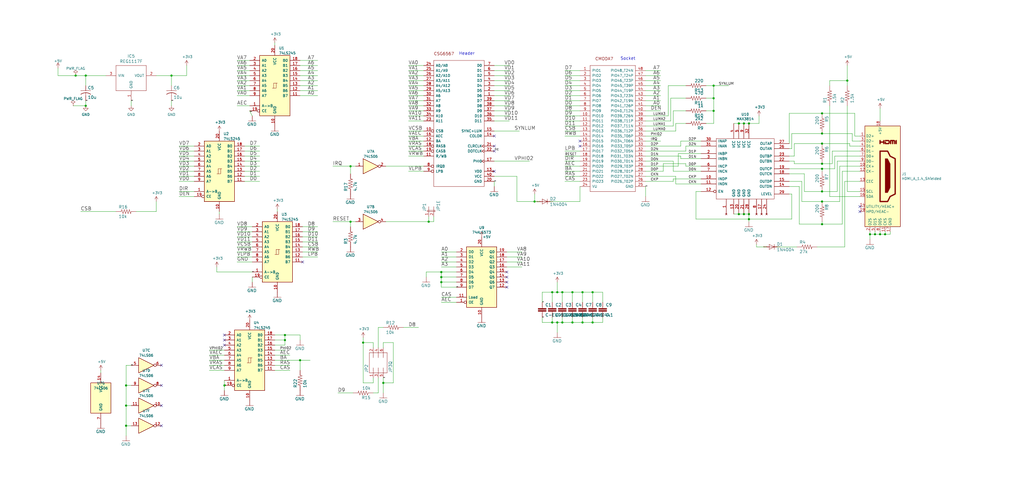
<source format=kicad_sch>
(kicad_sch (version 20211123) (generator eeschema)
  (paper "User" 515.722 250.088)
  (junction (at 43.18 53.34))
  (junction (at 86.36 38.1))
  (junction (at 414.02 101.6))
  (junction (at 377.19 62.23))
  (junction (at 288.29 162.56))
  (junction (at 440.69 118.11))
  (junction (at 43.18 38.1))
  (junction (at 222.25 139.7))
  (junction (at 374.65 62.23))
  (junction (at 414.02 113.03))
  (junction (at 176.53 83.82))
  (junction (at 63.5 194.31))
  (junction (at 143.51 171.45))
  (junction (at 222.25 142.24))
  (junction (at 38.1 38.1))
  (junction (at 414.02 72.39))
  (junction (at 215.9 111.76))
  (junction (at 113.03 194.31))
  (junction (at 151.13 181.61))
  (junction (at 438.15 118.11))
  (junction (at 414.02 67.31))
  (junction (at 193.04 193.04))
  (junction (at 377.19 107.95))
  (junction (at 63.5 214.63))
  (junction (at 359.41 49.53))
  (junction (at 445.77 118.11))
  (junction (at 278.13 162.56))
  (junction (at 372.11 107.95))
  (junction (at 63.5 204.47))
  (junction (at 426.72 40.64))
  (junction (at 269.24 101.6))
  (junction (at 278.13 147.32))
  (junction (at 182.88 172.72))
  (junction (at 359.41 43.18))
  (junction (at 283.21 162.56))
  (junction (at 293.37 162.56))
  (junction (at 143.51 168.91))
  (junction (at 280.67 147.32))
  (junction (at 359.41 55.88))
  (junction (at 283.21 147.32))
  (junction (at 298.45 162.56))
  (junction (at 222.25 137.16))
  (junction (at 414.02 85.09))
  (junction (at 377.19 110.49))
  (junction (at 374.65 107.95))
  (junction (at 414.02 82.55))
  (junction (at 288.29 147.32))
  (junction (at 443.23 118.11))
  (junction (at 293.37 147.32))
  (junction (at 414.02 96.52))
  (junction (at 280.67 162.56))
  (junction (at 176.53 111.76))
  (junction (at 298.45 147.32))
  (junction (at 414.02 57.15))
  (junction (at 372.11 62.23))
  (no_connect (at 113.03 168.91))
  (no_connect (at 248.92 86.36))
  (no_connect (at 113.03 173.99))
  (no_connect (at 248.92 73.66))
  (no_connect (at 292.1 71.12))
  (no_connect (at 255.27 142.24))
  (no_connect (at 113.03 171.45))
  (no_connect (at 255.27 144.78))
  (no_connect (at 152.4 132.08))
  (no_connect (at 248.92 76.2))
  (no_connect (at 248.92 68.58))
  (no_connect (at 433.07 106.68))
  (no_connect (at 81.28 194.31))
  (no_connect (at 81.28 184.15))
  (no_connect (at 81.28 204.47))
  (no_connect (at 81.28 214.63))
  (no_connect (at 255.27 137.16))
  (no_connect (at 255.27 139.7))
  (no_connect (at 292.1 73.66))
  (no_connect (at 433.07 104.14))
  (wire (pts (xy 298.45 147.32) (xy 293.37 147.32)))
  (wire (pts (xy 288.29 162.56) (xy 288.29 160.02)))
  (wire (pts (xy 426.72 40.64) (xy 426.72 43.18)))
  (wire (pts (xy 66.04 184.15) (xy 63.5 184.15)))
  (wire (pts (xy 292.1 50.8) (xy 284.48 50.8)))
  (wire (pts (xy 280.67 162.56) (xy 283.21 162.56)))
  (wire (pts (xy 440.69 118.11) (xy 443.23 118.11)))
  (wire (pts (xy 417.83 40.64) (xy 417.83 43.18)))
  (wire (pts (xy 151.13 186.69) (xy 151.13 181.61)))
  (wire (pts (xy 292.1 81.28) (xy 284.48 81.28)))
  (wire (pts (xy 229.87 142.24) (xy 222.25 142.24)))
  (wire (pts (xy 438.15 118.11) (xy 438.15 120.65)))
  (wire (pts (xy 187.96 172.72) (xy 182.88 172.72)))
  (wire (pts (xy 414.02 113.03) (xy 424.18 113.03)))
  (wire (pts (xy 213.36 68.58) (xy 205.74 68.58)))
  (wire (pts (xy 213.36 73.66) (xy 205.74 73.66)))
  (wire (pts (xy 66.04 204.47) (xy 63.5 204.47)))
  (wire (pts (xy 53.34 38.1) (xy 43.18 38.1)))
  (wire (pts (xy 151.13 40.64) (xy 160.02 40.64)))
  (wire (pts (xy 325.12 53.34) (xy 332.74 53.34)))
  (wire (pts (xy 187.96 175.26) (xy 187.96 172.72)))
  (wire (pts (xy 419.1 82.55) (xy 414.02 82.55)))
  (wire (pts (xy 182.88 193.04) (xy 187.96 193.04)))
  (wire (pts (xy 325.12 78.74) (xy 342.9 78.74)))
  (wire (pts (xy 339.09 86.36) (xy 339.09 81.28)))
  (wire (pts (xy 397.51 93.98) (xy 402.59 93.98)))
  (wire (pts (xy 339.09 90.17) (xy 353.06 90.17)))
  (wire (pts (xy 229.87 134.62) (xy 222.25 134.62)))
  (wire (pts (xy 190.5 175.26) (xy 190.5 165.1)))
  (wire (pts (xy 374.65 107.95) (xy 377.19 107.95)))
  (wire (pts (xy 303.53 162.56) (xy 298.45 162.56)))
  (wire (pts (xy 63.5 184.15) (xy 63.5 194.31)))
  (wire (pts (xy 97.79 76.2) (xy 90.17 76.2)))
  (wire (pts (xy 78.74 106.68) (xy 78.74 101.6)))
  (wire (pts (xy 398.78 74.93) (xy 398.78 67.31)))
  (wire (pts (xy 325.12 40.64) (xy 332.74 40.64)))
  (wire (pts (xy 43.18 38.1) (xy 43.18 43.18)))
  (wire (pts (xy 213.36 48.26) (xy 205.74 48.26)))
  (wire (pts (xy 125.73 40.64) (xy 119.38 40.64)))
  (wire (pts (xy 97.79 78.74) (xy 90.17 78.74)))
  (wire (pts (xy 176.53 83.82) (xy 176.53 87.63)))
  (wire (pts (xy 203.2 165.1) (xy 210.82 165.1)))
  (wire (pts (xy 417.83 53.34) (xy 417.83 99.06)))
  (wire (pts (xy 215.9 111.76) (xy 218.44 111.76)))
  (wire (pts (xy 151.13 48.26) (xy 160.02 48.26)))
  (wire (pts (xy 218.44 111.76) (xy 218.44 109.22)))
  (wire (pts (xy 438.15 116.84) (xy 438.15 118.11)))
  (wire (pts (xy 426.72 96.52) (xy 426.72 53.34)))
  (wire (pts (xy 123.19 73.66) (xy 130.81 73.66)))
  (wire (pts (xy 63.5 219.71) (xy 63.5 214.63)))
  (wire (pts (xy 151.13 33.02) (xy 160.02 33.02)))
  (wire (pts (xy 63.5 204.47) (xy 63.5 214.63)))
  (wire (pts (xy 143.51 173.99) (xy 143.51 171.45)))
  (wire (pts (xy 433.07 76.2) (xy 419.1 76.2)))
  (wire (pts (xy 43.18 53.34) (xy 36.83 53.34)))
  (wire (pts (xy 414.02 57.15) (xy 430.53 57.15)))
  (wire (pts (xy 283.21 160.02) (xy 283.21 162.56)))
  (wire (pts (xy 391.16 124.46) (xy 401.32 124.46)))
  (wire (pts (xy 325.12 71.12) (xy 332.74 71.12)))
  (wire (pts (xy 151.13 30.48) (xy 160.02 30.48)))
  (wire (pts (xy 138.43 184.15) (xy 146.05 184.15)))
  (wire (pts (xy 151.13 45.72) (xy 160.02 45.72)))
  (wire (pts (xy 125.73 43.18) (xy 119.38 43.18)))
  (wire (pts (xy 374.65 62.23) (xy 377.19 62.23)))
  (wire (pts (xy 372.11 107.95) (xy 374.65 107.95)))
  (wire (pts (xy 66.04 194.31) (xy 63.5 194.31)))
  (wire (pts (xy 86.36 38.1) (xy 86.36 43.18)))
  (wire (pts (xy 125.73 45.72) (xy 119.38 45.72)))
  (wire (pts (xy 325.12 58.42) (xy 336.55 58.42)))
  (wire (pts (xy 303.53 147.32) (xy 298.45 147.32)))
  (wire (pts (xy 292.1 38.1) (xy 284.48 38.1)))
  (wire (pts (xy 222.25 137.16) (xy 214.63 137.16)))
  (wire (pts (xy 213.36 86.36) (xy 205.74 86.36)))
  (wire (pts (xy 427.99 73.66) (xy 427.99 72.39)))
  (wire (pts (xy 292.1 53.34) (xy 284.48 53.34)))
  (wire (pts (xy 292.1 101.6) (xy 292.1 93.98)))
  (wire (pts (xy 292.1 83.82) (xy 284.48 83.82)))
  (wire (pts (xy 138.43 181.61) (xy 151.13 181.61)))
  (wire (pts (xy 377.19 62.23) (xy 382.27 62.23)))
  (wire (pts (xy 152.4 121.92) (xy 160.02 121.92)))
  (wire (pts (xy 359.41 43.18) (xy 367.03 43.18)))
  (wire (pts (xy 341.63 77.47) (xy 341.63 83.82)))
  (wire (pts (xy 214.63 137.16) (xy 214.63 139.7)))
  (wire (pts (xy 97.79 99.06) (xy 90.17 99.06)))
  (wire (pts (xy 248.92 48.26) (xy 256.54 48.26)))
  (wire (pts (xy 125.73 48.26) (xy 119.38 48.26)))
  (wire (pts (xy 248.92 55.88) (xy 256.54 55.88)))
  (wire (pts (xy 422.91 83.82) (xy 422.91 101.6)))
  (wire (pts (xy 424.18 86.36) (xy 433.07 86.36)))
  (wire (pts (xy 292.1 58.42) (xy 284.48 58.42)))
  (wire (pts (xy 152.4 119.38) (xy 160.02 119.38)))
  (wire (pts (xy 445.77 116.84) (xy 445.77 118.11)))
  (wire (pts (xy 213.36 66.04) (xy 205.74 66.04)))
  (wire (pts (xy 127 114.3) (xy 119.38 114.3)))
  (wire (pts (xy 213.36 55.88) (xy 205.74 55.88)))
  (wire (pts (xy 425.45 124.46) (xy 411.48 124.46)))
  (wire (pts (xy 127 116.84) (xy 119.38 116.84)))
  (wire (pts (xy 278.13 147.32) (xy 280.67 147.32)))
  (wire (pts (xy 255.27 132.08) (xy 262.89 132.08)))
  (wire (pts (xy 414.02 101.6) (xy 403.86 101.6)))
  (wire (pts (xy 278.13 147.32) (xy 278.13 152.4)))
  (wire (pts (xy 292.1 66.04) (xy 284.48 66.04)))
  (wire (pts (xy 350.52 96.52) (xy 350.52 110.49)))
  (wire (pts (xy 325.12 63.5) (xy 339.09 63.5)))
  (wire (pts (xy 345.44 82.55) (xy 334.01 82.55)))
  (wire (pts (xy 353.06 96.52) (xy 350.52 96.52)))
  (wire (pts (xy 151.13 168.91) (xy 151.13 171.45)))
  (wire (pts (xy 63.5 194.31) (xy 63.5 204.47)))
  (wire (pts (xy 325.12 68.58) (xy 332.74 68.58)))
  (wire (pts (xy 127 139.7) (xy 127 142.24)))
  (wire (pts (xy 359.41 43.18) (xy 355.6 43.18)))
  (wire (pts (xy 397.51 81.28) (xy 400.05 81.28)))
  (wire (pts (xy 433.07 91.44) (xy 425.45 91.44)))
  (wire (pts (xy 430.53 57.15) (xy 430.53 68.58)))
  (wire (pts (xy 292.1 55.88) (xy 284.48 55.88)))
  (wire (pts (xy 359.41 49.53) (xy 359.41 43.18)))
  (wire (pts (xy 283.21 147.32) (xy 283.21 152.4)))
  (wire (pts (xy 152.4 127) (xy 160.02 127)))
  (wire (pts (xy 433.07 73.66) (xy 427.99 73.66)))
  (wire (pts (xy 125.73 35.56) (xy 119.38 35.56)))
  (wire (pts (xy 213.36 76.2) (xy 205.74 76.2)))
  (wire (pts (xy 193.04 165.1) (xy 190.5 165.1)))
  (wire (pts (xy 229.87 144.78) (xy 222.25 144.78)))
  (wire (pts (xy 288.29 162.56) (xy 293.37 162.56)))
  (wire (pts (xy 123.19 88.9) (xy 130.81 88.9)))
  (wire (pts (xy 260.35 101.6) (xy 260.35 88.9)))
  (wire (pts (xy 229.87 139.7) (xy 222.25 139.7)))
  (wire (pts (xy 337.82 49.53) (xy 345.44 49.53)))
  (wire (pts (xy 123.19 76.2) (xy 130.81 76.2)))
  (wire (pts (xy 353.06 73.66) (xy 345.44 73.66)))
  (wire (pts (xy 213.36 53.34) (xy 205.74 53.34)))
  (wire (pts (xy 443.23 118.11) (xy 445.77 118.11)))
  (wire (pts (xy 278.13 162.56) (xy 280.67 162.56)))
  (wire (pts (xy 193.04 172.72) (xy 193.04 175.26)))
  (wire (pts (xy 325.12 60.96) (xy 337.82 60.96)))
  (wire (pts (xy 127 129.54) (xy 119.38 129.54)))
  (wire (pts (xy 213.36 38.1) (xy 205.74 38.1)))
  (wire (pts (xy 187.96 193.04) (xy 187.96 190.5)))
  (wire (pts (xy 325.12 45.72) (xy 332.74 45.72)))
  (wire (pts (xy 325.12 43.18) (xy 332.74 43.18)))
  (wire (pts (xy 222.25 139.7) (xy 222.25 137.16)))
  (wire (pts (xy 269.24 101.6) (xy 260.35 101.6)))
  (wire (pts (xy 151.13 38.1) (xy 160.02 38.1)))
  (wire (pts (xy 340.36 62.23) (xy 345.44 62.23)))
  (wire (pts (xy 198.12 172.72) (xy 193.04 172.72)))
  (wire (pts (xy 113.03 179.07) (xy 105.41 179.07)))
  (wire (pts (xy 213.36 33.02) (xy 205.74 33.02)))
  (wire (pts (xy 248.92 43.18) (xy 256.54 43.18)))
  (wire (pts (xy 414.02 96.52) (xy 405.13 96.52)))
  (wire (pts (xy 271.78 101.6) (xy 269.24 101.6)))
  (wire (pts (xy 113.03 181.61) (xy 105.41 181.61)))
  (wire (pts (xy 213.36 45.72) (xy 205.74 45.72)))
  (wire (pts (xy 248.92 58.42) (xy 256.54 58.42)))
  (wire (pts (xy 381 124.46) (xy 381 123.19)))
  (wire (pts (xy 273.05 160.02) (xy 273.05 162.56)))
  (wire (pts (xy 443.23 54.61) (xy 443.23 60.96)))
  (wire (pts (xy 420.37 78.74) (xy 433.07 78.74)))
  (wire (pts (xy 433.07 99.06) (xy 417.83 99.06)))
  (wire (pts (xy 426.72 96.52) (xy 433.07 96.52)))
  (wire (pts (xy 176.53 83.82) (xy 179.07 83.82)))
  (wire (pts (xy 325.12 48.26) (xy 332.74 48.26)))
  (wire (pts (xy 377.19 107.95) (xy 377.19 110.49)))
  (wire (pts (xy 113.03 184.15) (xy 105.41 184.15)))
  (wire (pts (xy 248.92 38.1) (xy 256.54 38.1)))
  (wire (pts (xy 402.59 113.03) (xy 414.02 113.03)))
  (wire (pts (xy 292.1 45.72) (xy 284.48 45.72)))
  (wire (pts (xy 448.31 116.84) (xy 448.31 118.11)))
  (wire (pts (xy 123.19 86.36) (xy 130.81 86.36)))
  (wire (pts (xy 414.02 85.09) (xy 414.02 86.36)))
  (wire (pts (xy 215.9 109.22) (xy 215.9 111.76)))
  (wire (pts (xy 248.92 91.44) (xy 248.92 93.98)))
  (wire (pts (xy 298.45 160.02) (xy 298.45 162.56)))
  (wire (pts (xy 43.18 50.8) (xy 43.18 53.34)))
  (wire (pts (xy 97.79 91.44) (xy 90.17 91.44)))
  (wire (pts (xy 342.9 80.01) (xy 342.9 78.74)))
  (wire (pts (xy 292.1 63.5) (xy 284.48 63.5)))
  (wire (pts (xy 288.29 147.32) (xy 293.37 147.32)))
  (wire (pts (xy 292.1 35.56) (xy 284.48 35.56)))
  (wire (pts (xy 403.86 101.6) (xy 403.86 91.44)))
  (wire (pts (xy 325.12 88.9) (xy 340.36 88.9)))
  (wire (pts (xy 355.6 62.23) (xy 359.41 62.23)))
  (wire (pts (xy 229.87 127) (xy 222.25 127)))
  (wire (pts (xy 339.09 55.88) (xy 345.44 55.88)))
  (wire (pts (xy 125.73 53.34) (xy 119.38 53.34)))
  (wire (pts (xy 213.36 50.8) (xy 205.74 50.8)))
  (wire (pts (xy 43.18 38.1) (xy 38.1 38.1)))
  (wire (pts (xy 417.83 40.64) (xy 426.72 40.64)))
  (wire (pts (xy 152.4 114.3) (xy 160.02 114.3)))
  (wire (pts (xy 419.1 76.2) (xy 419.1 82.55)))
  (wire (pts (xy 372.11 62.23) (xy 374.65 62.23)))
  (wire (pts (xy 325.12 86.36) (xy 334.01 86.36)))
  (wire (pts (xy 113.03 194.31) (xy 113.03 196.85)))
  (wire (pts (xy 138.43 186.69) (xy 146.05 186.69)))
  (wire (pts (xy 325.12 76.2) (xy 345.44 76.2)))
  (wire (pts (xy 402.59 93.98) (xy 402.59 113.03)))
  (wire (pts (xy 293.37 147.32) (xy 293.37 152.4)))
  (wire (pts (xy 213.36 40.64) (xy 205.74 40.64)))
  (wire (pts (xy 113.03 176.53) (xy 105.41 176.53)))
  (wire (pts (xy 397.51 97.79) (xy 398.78 97.79)))
  (wire (pts (xy 125.73 30.48) (xy 119.38 30.48)))
  (wire (pts (xy 424.18 113.03) (xy 424.18 86.36)))
  (wire (pts (xy 342.9 71.12) (xy 353.06 71.12)))
  (wire (pts (xy 229.87 152.4) (xy 222.25 152.4)))
  (wire (pts (xy 248.92 60.96) (xy 256.54 60.96)))
  (wire (pts (xy 292.1 76.2) (xy 284.48 76.2)))
  (wire (pts (xy 151.13 181.61) (xy 156.21 181.61)))
  (wire (pts (xy 400.05 82.55) (xy 414.02 82.55)))
  (wire (pts (xy 403.86 91.44) (xy 397.51 91.44)))
  (wire (pts (xy 414.02 113.03) (xy 414.02 111.76)))
  (wire (pts (xy 269.24 101.6) (xy 269.24 97.79)))
  (wire (pts (xy 248.92 53.34) (xy 256.54 53.34)))
  (wire (pts (xy 405.13 87.63) (xy 397.51 87.63)))
  (wire (pts (xy 288.29 147.32) (xy 288.29 152.4)))
  (wire (pts (xy 334.01 82.55) (xy 334.01 86.36)))
  (wire (pts (xy 280.67 142.24) (xy 280.67 147.32)))
  (wire (pts (xy 298.45 162.56) (xy 293.37 162.56)))
  (wire (pts (xy 255.27 134.62) (xy 262.89 134.62)))
  (wire (pts (xy 110.49 107.95) (xy 110.49 106.68)))
  (wire (pts (xy 143.51 171.45) (xy 143.51 168.91)))
  (wire (pts (xy 127 124.46) (xy 119.38 124.46)))
  (wire (pts (xy 339.09 86.36) (xy 353.06 86.36)))
  (wire (pts (xy 340.36 66.04) (xy 340.36 62.23)))
  (wire (pts (xy 420.37 78.74) (xy 420.37 85.09)))
  (wire (pts (xy 292.1 86.36) (xy 284.48 86.36)))
  (wire (pts (xy 198.12 193.04) (xy 198.12 172.72)))
  (wire (pts (xy 229.87 149.86) (xy 222.25 149.86)))
  (wire (pts (xy 382.27 62.23) (xy 382.27 58.42)))
  (wire (pts (xy 151.13 35.56) (xy 160.02 35.56)))
  (wire (pts (xy 222.25 142.24) (xy 222.25 139.7)))
  (wire (pts (xy 123.19 81.28) (xy 130.81 81.28)))
  (wire (pts (xy 248.92 66.04) (xy 261.62 66.04)))
  (wire (pts (xy 138.43 21.59) (xy 138.43 22.86)))
  (wire (pts (xy 123.19 91.44) (xy 130.81 91.44)))
  (wire (pts (xy 359.41 62.23) (xy 359.41 55.88)))
  (wire (pts (xy 339.09 63.5) (xy 339.09 55.88)))
  (wire (pts (xy 176.53 111.76) (xy 179.07 111.76)))
  (wire (pts (xy 397.51 78.74) (xy 400.05 78.74)))
  (wire (pts (xy 125.73 55.88) (xy 127 58.42)))
  (wire (pts (xy 280.67 147.32) (xy 283.21 147.32)))
  (wire (pts (xy 255.27 129.54) (xy 262.89 129.54)))
  (wire (pts (xy 152.4 116.84) (xy 160.02 116.84)))
  (wire (pts (xy 66.04 214.63) (xy 63.5 214.63)))
  (wire (pts (xy 369.57 62.23) (xy 372.11 62.23)))
  (wire (pts (xy 433.07 83.82) (xy 422.91 83.82)))
  (wire (pts (xy 292.1 88.9) (xy 284.48 88.9)))
  (wire (pts (xy 125.73 33.02) (xy 119.38 33.02)))
  (wire (pts (xy 440.69 116.84) (xy 440.69 118.11)))
  (wire (pts (xy 397.51 74.93) (xy 398.78 74.93)))
  (wire (pts (xy 93.98 38.1) (xy 93.98 33.02)))
  (wire (pts (xy 325.12 55.88) (xy 332.74 55.88)))
  (wire (pts (xy 113.03 186.69) (xy 105.41 186.69)))
  (wire (pts (xy 248.92 50.8) (xy 256.54 50.8)))
  (wire (pts (xy 213.36 71.12) (xy 205.74 71.12)))
  (wire (pts (xy 248.92 35.56) (xy 256.54 35.56)))
  (wire (pts (xy 182.88 172.72) (xy 182.88 170.18)))
  (wire (pts (xy 151.13 43.18) (xy 160.02 43.18)))
  (wire (pts (xy 359.41 55.88) (xy 355.6 55.88)))
  (wire (pts (xy 222.25 144.78) (xy 222.25 142.24)))
  (wire (pts (xy 325.12 73.66) (xy 342.9 73.66)))
  (wire (pts (xy 127 127) (xy 119.38 127)))
  (wire (pts (xy 187.96 198.12) (xy 190.5 198.12)))
  (wire (pts (xy 125.73 38.1) (xy 119.38 38.1)))
  (wire (pts (xy 398.78 97.79) (xy 398.78 110.49)))
  (wire (pts (xy 229.87 129.54) (xy 222.25 129.54)))
  (wire (pts (xy 283.21 147.32) (xy 288.29 147.32)))
  (wire (pts (xy 97.79 81.28) (xy 90.17 81.28)))
  (wire (pts (xy 152.4 124.46) (xy 160.02 124.46)))
  (wire (pts (xy 341.63 77.47) (xy 353.06 77.47)))
  (wire (pts (xy 248.92 40.64) (xy 256.54 40.64)))
  (wire (pts (xy 422.91 101.6) (xy 414.02 101.6)))
  (wire (pts (xy 97.79 73.66) (xy 90.17 73.66)))
  (wire (pts (xy 397.51 57.15) (xy 397.51 72.39)))
  (wire (pts (xy 340.36 92.71) (xy 353.06 92.71)))
  (wire (pts (xy 292.1 40.64) (xy 284.48 40.64)))
  (wire (pts (xy 325.12 91.44) (xy 339.09 91.44)))
  (wire (pts (xy 152.4 129.54) (xy 160.02 129.54)))
  (wire (pts (xy 420.37 85.09) (xy 414.02 85.09)))
  (wire (pts (xy 340.36 92.71) (xy 340.36 88.9)))
  (wire (pts (xy 292.1 68.58) (xy 284.48 68.58)))
  (wire (pts (xy 109.22 137.16) (xy 109.22 134.62)))
  (wire (pts (xy 400.05 81.28) (xy 400.05 82.55)))
  (wire (pts (xy 298.45 152.4) (xy 298.45 147.32)))
  (wire (pts (xy 213.36 58.42) (xy 205.74 58.42)))
  (wire (pts (xy 292.1 43.18) (xy 284.48 43.18)))
  (wire (pts (xy 426.72 33.02) (xy 426.72 40.64)))
  (wire (pts (xy 397.51 85.09) (xy 414.02 85.09)))
  (wire (pts (xy 123.19 83.82) (xy 130.81 83.82)))
  (wire (pts (xy 213.36 35.56) (xy 205.74 35.56)))
  (wire (pts (xy 414.02 57.15) (xy 397.51 57.15)))
  (wire (pts (xy 248.92 45.72) (xy 256.54 45.72)))
  (wire (pts (xy 421.64 96.52) (xy 421.64 81.28)))
  (wire (pts (xy 292.1 60.96) (xy 284.48 60.96)))
  (wire (pts (xy 445.77 118.11) (xy 448.31 118.11)))
  (wire (pts (xy 177.8 198.12) (xy 170.18 198.12)))
  (wire (pts (xy 138.43 179.07) (xy 146.05 179.07)))
  (wire (pts (xy 167.64 111.76) (xy 176.53 111.76)))
  (wire (pts (xy 342.9 71.12) (xy 342.9 73.66)))
  (wire (pts (xy 167.64 83.82) (xy 176.53 83.82)))
  (wire (pts (xy 377.19 110.49) (xy 377.19 111.76)))
  (wire (pts (xy 427.99 72.39) (xy 414.02 72.39)))
  (wire (pts (xy 350.52 110.49) (xy 377.19 110.49)))
  (wire (pts (xy 405.13 96.52) (xy 405.13 87.63)))
  (wire (pts (xy 345.44 83.82) (xy 345.44 82.55)))
  (wire (pts (xy 400.05 78.74) (xy 400.05 72.39)))
  (wire (pts (xy 337.82 60.96) (xy 337.82 49.53)))
  (wire (pts (xy 97.79 83.82) (xy 90.17 83.82)))
  (wire (pts (xy 260.35 88.9) (xy 248.92 88.9)))
  (wire (pts (xy 78.74 38.1) (xy 86.36 38.1)))
  (wire (pts (xy 193.04 193.04) (xy 198.12 193.04)))
  (wire (pts (xy 139.7 105.41) (xy 139.7 106.68)))
  (wire (pts (xy 50.8 186.69) (xy 50.8 187.96)))
  (wire (pts (xy 213.36 60.96) (xy 205.74 60.96)))
  (wire (pts (xy 325.12 66.04) (xy 340.36 66.04)))
  (wire (pts (xy 38.1 38.1) (xy 29.21 38.1)))
  (wire (pts (xy 336.55 43.18) (xy 345.44 43.18)))
  (wire (pts (xy 127 121.92) (xy 119.38 121.92)))
  (wire (pts (xy 303.53 152.4) (xy 303.53 147.32)))
  (wire (pts (xy 229.87 132.08) (xy 222.25 132.08)))
  (wire (pts (xy 248.92 33.02) (xy 256.54 33.02)))
  (wire (pts (xy 190.5 190.5) (xy 190.5 198.12)))
  (wire (pts (xy 345.44 73.66) (xy 345.44 76.2)))
  (wire (pts (xy 97.79 96.52) (xy 90.17 96.52)))
  (wire (pts (xy 213.36 78.74) (xy 205.74 78.74)))
  (wire (pts (xy 68.58 106.68) (xy 78.74 106.68)))
  (wire (pts (xy 273.05 152.4) (xy 273.05 147.32)))
  (wire (pts (xy 429.26 67.31) (xy 414.02 67.31)))
  (wire (pts (xy 255.27 127) (xy 262.89 127)))
  (wire (pts (xy 284.48 78.74) (xy 292.1 78.74)))
  (wire (pts (xy 359.41 49.53) (xy 355.6 49.53)))
  (wire (pts (xy 193.04 190.5) (xy 193.04 193.04)))
  (wire (pts (xy 443.23 116.84) (xy 443.23 118.11)))
  (wire (pts (xy 398.78 67.31) (xy 414.02 67.31)))
  (wire (pts (xy 369.57 107.95) (xy 372.11 107.95)))
  (wire (pts (xy 194.31 111.76) (xy 215.9 111.76)))
  (wire (pts (xy 359.41 55.88) (xy 359.41 49.53)))
  (wire (pts (xy 278.13 160.02) (xy 278.13 162.56)))
  (wire (pts (xy 138.43 173.99) (xy 143.51 173.99)))
  (wire (pts (xy 421.64 81.28) (xy 433.07 81.28)))
  (wire (pts (xy 248.92 81.28) (xy 266.7 81.28)))
  (wire (pts (xy 273.05 147.32) (xy 278.13 147.32)))
  (wire (pts (xy 229.87 137.16) (xy 222.25 137.16)))
  (wire (pts (xy 127 132.08) (xy 119.38 132.08)))
  (wire (pts (xy 97.79 88.9) (xy 90.17 88.9)))
  (wire (pts (xy 303.53 160.02) (xy 303.53 162.56)))
  (wire (pts (xy 143.51 168.91) (xy 138.43 168.91)))
  (wire (pts (xy 213.36 43.18) (xy 205.74 43.18)))
  (wire (pts (xy 138.43 171.45) (xy 143.51 171.45)))
  (wire (pts (xy 273.05 162.56) (xy 278.13 162.56)))
  (wire (pts (xy 194.31 83.82) (xy 213.36 83.82)))
  (wire (pts (xy 292.1 48.26) (xy 284.48 48.26)))
  (wire (pts (xy 182.88 172.72) (xy 182.88 193.04)))
  (wire (pts (xy 414.02 96.52) (xy 421.64 96.52)))
  (wire (pts (xy 325.12 50.8) (xy 332.74 50.8)))
  (wire (pts (xy 325.12 35.56) (xy 332.74 35.56)))
  (wire (pts (xy 283.21 162.56) (xy 288.29 162.56)))
  (wire (pts (xy 339.09 90.17) (xy 339.09 91.44)))
  (wire (pts (xy 433.07 71.12) (xy 429.26 71.12)))
  (wire (pts (xy 86.36 38.1) (xy 93.98 38.1)))
  (wire (pts (xy 438.15 118.11) (xy 440.69 118.11)))
  (wire (pts (xy 66.04 50.8) (xy 66.04 53.34)))
  (wire (pts (xy 193.04 193.04) (xy 193.04 198.12)))
  (wire (pts (xy 386.08 124.46) (xy 381 124.46)))
  (wire (pts (xy 97.79 86.36) (xy 90.17 86.36)))
  (wire (pts (xy 325.12 81.28) (xy 339.09 81.28)))
  (wire (pts (xy 325.12 93.98) (xy 325.12 99.06)))
  (wire (pts (xy 336.55 58.42) (xy 336.55 43.18)))
  (wire (pts (xy 176.53 114.3) (xy 176.53 111.76)))
  (wire (pts (xy 127 119.38) (xy 119.38 119.38)))
  (wire (pts (xy 276.86 101.6) (xy 292.1 101.6)))
  (wire (pts (xy 293.37 160.02) (xy 293.37 162.56)))
  (wire (pts (xy 353.06 83.82) (xy 345.44 83.82)))
  (wire (pts (xy 138.43 176.53) (xy 143.51 176.53)))
  (wire (pts (xy 127 137.16) (xy 109.22 137.16)))
  (wire (pts (xy 325.12 83.82) (xy 341.63 83.82)))
  (wire (pts (xy 280.67 162.56) (xy 280.67 167.64)))
  (wire (pts (xy 429.26 71.12) (xy 429.26 67.31)))
  (wire (pts (xy 342.9 80.01) (xy 353.06 80.01)))
  (wire (pts (xy 400.05 72.39) (xy 414.02 72.39)))
  (wire (pts (xy 325.12 38.1) (xy 332.74 38.1)))
  (wire (pts (xy 123.19 78.74) (xy 130.81 78.74)))
  (wire (pts (xy 398.78 110.49) (xy 377.19 110.49)))
  (wire (pts (xy 113.03 191.77) (xy 113.03 194.31)))
  (wire (pts (xy 86.36 50.8) (xy 86.36 53.34)))
  (wire (pts (xy 292.1 91.44) (xy 284.48 91.44)))
  (wire (pts (xy 58.42 106.68) (xy 40.64 106.68)))
  (wire (pts (xy 430.53 68.58) (xy 433.07 68.58)))
  (wire (pts (xy 143.51 168.91) (xy 151.13 168.91)))
  (wire (pts (xy 425.45 91.44) (xy 425.45 124.46)))
  (wire (pts (xy 29.21 38.1) (xy 29.21 34.29)))
  (text "Header" (at 231.14 27.94 0) (effects (font (size 1.4986 1.4986)) (justify left bottom)))
  (text "Socket" (at 312.42 30.48 0) (effects (font (size 1.4986 1.4986)) (justify left bottom)))
  (label "IRQ" (at 327.66 71.12 0))
  (label "VA10" (at 205.74 58.42 0) (effects (font (size 1.778 1.778))))
  (label "D8" (at 284.48 55.88 0) (effects (font (size 1.778 1.778))))
  (label "VD8" (at 254 53.34 0) (effects (font (size 1.778 1.778))))
  (label "RESET" (at 284.48 78.74 0))
  (label "VD6" (at 254 48.26 0) (effects (font (size 1.778 1.778))))
  (label "D9" (at 284.48 58.42 0) (effects (font (size 1.778 1.778))))
  (label "IRQ" (at 167.64 83.82 0) (effects (font (size 1.778 1.778))))
  (label "VA5" (at 205.74 45.72 0) (effects (font (size 1.778 1.778))))
  (label "D1P" (at 346.71 77.47 0))
  (label "VD1" (at 254 35.56 0) (effects (font (size 1.778 1.778))))
  (label "A2" (at 222.25 132.08 0) (effects (font (size 1.778 1.778))))
  (label "D1N" (at 346.71 80.01 0))
  (label "VD1" (at 90.17 88.9 0) (effects (font (size 1.778 1.778))))
  (label "D10" (at 154.94 119.38 0) (effects (font (size 1.778 1.778))))
  (label "CSB" (at 154.94 124.46 0) (effects (font (size 1.778 1.778))))
  (label "D0N" (at 346.71 86.36 0))
  (label "D8" (at 154.94 114.3 0) (effects (font (size 1.778 1.778))))
  (label "VA3" (at 205.74 40.64 0) (effects (font (size 1.778 1.778))))
  (label "D6" (at 125.73 76.2 0) (effects (font (size 1.778 1.778))))
  (label "A1" (at 222.25 129.54 0) (effects (font (size 1.778 1.778))))
  (label "VA1" (at 205.74 35.56 0) (effects (font (size 1.778 1.778))))
  (label "VD7" (at 90.17 73.66 0) (effects (font (size 1.778 1.778))))
  (label "CAS" (at 222.25 149.86 0) (effects (font (size 1.778 1.778))))
  (label "GND" (at 66.04 184.15 0) (effects (font (size 0.254 0.254))))
  (label "CKN" (at 327.66 88.9 0))
  (label "BA" (at 284.48 86.36 0) (effects (font (size 1.778 1.778))))
  (label "SYNLUM" (at 361.95 43.18 0))
  (label "VRWB" (at 119.38 127 0) (effects (font (size 1.778 1.778))))
  (label "VA9" (at 205.74 55.88 0) (effects (font (size 1.778 1.778))))
  (label "GND" (at 119.38 132.08 0) (effects (font (size 1.778 1.778))))
  (label "VD7" (at 254 50.8 0) (effects (font (size 1.778 1.778))))
  (label "A3" (at 154.94 40.64 0) (effects (font (size 1.778 1.778))))
  (label "D2N" (at 346.71 73.66 0))
  (label "CKP" (at 327.66 91.44 0))
  (label "D4" (at 125.73 81.28 0) (effects (font (size 1.778 1.778))))
  (label "AEC" (at 140.97 179.07 0) (effects (font (size 1.778 1.778))))
  (label "VA7" (at 205.74 50.8 0) (effects (font (size 1.778 1.778))))
  (label "VA4" (at 119.38 38.1 0) (effects (font (size 1.778 1.778))))
  (label "BA" (at 140.97 181.61 0) (effects (font (size 1.778 1.778))))
  (label "GND" (at 325.12 93.98 0) (effects (font (size 0.254 0.254))))
  (label "D9" (at 154.94 116.84 0) (effects (font (size 1.778 1.778))))
  (label "GND" (at 125.984 56.388 0) (effects (font (size 0.254 0.254))))
  (label "D1N" (at 327.66 78.74 0))
  (label "A2" (at 328.93 48.26 0) (effects (font (size 1.778 1.778))))
  (label "D5" (at 125.73 78.74 0) (effects (font (size 1.778 1.778))))
  (label "VA0" (at 119.38 48.26 0) (effects (font (size 1.778 1.778))))
  (label "VA6" (at 205.74 48.26 0) (effects (font (size 1.778 1.778))))
  (label "D1" (at 125.73 88.9 0) (effects (font (size 1.778 1.778))))
  (label "CKP" (at 346.71 90.17 0))
  (label "D8" (at 205.74 165.1 0) (effects (font (size 1.778 1.778))))
  (label "VA4" (at 205.74 43.18 0) (effects (font (size 1.778 1.778))))
  (label "VRWB" (at 205.74 78.74 0) (effects (font (size 1.778 1.778))))
  (label "A4" (at 154.94 38.1 0) (effects (font (size 1.778 1.778))))
  (label "VLPB" (at 205.74 86.36 0) (effects (font (size 1.778 1.778))))
  (label "VPHI02" (at 105.41 176.53 0))
  (label "VD5" (at 254 45.72 0) (effects (font (size 1.778 1.778))))
  (label "GND" (at 273.05 160.02 0) (effects (font (size 0.254 0.254))))
  (label "VRAS" (at 105.41 184.15 0) (effects (font (size 1.778 1.778))))
  (label "D4" (at 284.48 43.18 0) (effects (font (size 1.778 1.778))))
  (label "GND" (at 229.87 144.78 0) (effects (font (size 0.254 0.254))))
  (label "RESET" (at 167.64 111.76 0) (effects (font (size 1.778 1.778))))
  (label "A7" (at 154.94 30.48 0) (effects (font (size 1.778 1.778))))
  (label "RAS" (at 140.97 184.15 0) (effects (font (size 1.778 1.778))))
  (label "RAS" (at 284.48 88.9 0) (effects (font (size 1.778 1.778))))
  (label "CAS" (at 140.97 186.69 0) (effects (font (size 1.778 1.778))))
  (label "VA11" (at 260.35 134.62 0) (effects (font (size 1.778 1.778))))
  (label "CSB" (at 40.64 106.68 0) (effects (font (size 1.778 1.778))))
  (label "VD3" (at 90.17 83.82 0) (effects (font (size 1.778 1.778))))
  (label "VA5" (at 119.38 35.56 0) (effects (font (size 1.778 1.778))))
  (label "LUMA0" (at 328.93 66.04 0))
  (label "VD4" (at 254 43.18 0) (effects (font (size 1.778 1.778))))
  (label "D0" (at 284.48 53.34 0) (effects (font (size 1.778 1.778))))
  (label "D5" (at 284.48 40.64 0) (effects (font (size 1.778 1.778))))
  (label "VD4" (at 90.17 81.28 0) (effects (font (size 1.778 1.778))))
  (label "RWB" (at 284.48 68.58 0) (effects (font (size 1.778 1.778))))
  (label "CSB" (at 284.48 66.04 0) (effects (font (size 1.778 1.778))))
  (label "D2" (at 125.73 86.36 0) (effects (font (size 1.778 1.778))))
  (label "VCAS" (at 205.74 76.2 0) (effects (font (size 1.778 1.778))))
  (label "D11" (at 284.48 63.5 0) (effects (font (size 1.778 1.778))))
  (label "VD6" (at 90.17 76.2 0) (effects (font (size 1.778 1.778))))
  (label "CAS" (at 284.48 91.44 0) (effects (font (size 1.778 1.778))))
  (label "A2" (at 154.94 43.18 0) (effects (font (size 1.778 1.778))))
  (label "VA8" (at 205.74 53.34 0) (effects (font (size 1.778 1.778))))
  (label "D0N" (at 327.66 81.28 0))
  (label "VA11" (at 205.74 60.96 0) (effects (font (size 1.778 1.778))))
  (label "VD9" (at 119.38 116.84 0) (effects (font (size 1.778 1.778))))
  (label "A7" (at 328.93 35.56 0) (effects (font (size 1.778 1.778))))
  (label "nc" (at 248.92 76.2 0))
  (label "D2P" (at 327.66 73.66 0))
  (label "LUMA2" (at 328.93 60.96 0))
  (label "D1" (at 284.48 50.8 0) (effects (font (size 1.778 1.778))))
  (label "D2N" (at 327.66 76.2 0))
  (label "VAEC" (at 205.74 68.58 0) (effects (font (size 1.778 1.778))))
  (label "VLPB" (at 119.38 129.54 0) (effects (font (size 1.778 1.778))))
  (label "RWB" (at 154.94 127 0) (effects (font (size 1.778 1.778))))
  (label "A0" (at 154.94 48.26 0) (effects (font (size 1.778 1.778))))
  (label "VCC" (at 127 137.16 0) (effects (font (size 0.254 0.254))))
  (label "GND" (at 43.18 50.8 0) (effects (font (size 0.254 0.254))))
  (label "D9" (at 170.18 198.12 0) (effects (font (size 1.778 1.778))))
  (label "A0" (at 328.93 53.34 0) (effects (font (size 1.778 1.778))))
  (label "CKN" (at 346.71 92.71 0))
  (label "VA2" (at 119.38 43.18 0) (effects (font (size 1.778 1.778))))
  (label "DIR" (at 90.17 96.52 0) (effects (font (size 1.778 1.778))))
  (label "VA10" (at 260.35 132.08 0) (effects (font (size 1.778 1.778))))
  (label "VA7" (at 119.38 30.48 0) (effects (font (size 1.778 1.778))))
  (label "VPHI02" (at 259.08 81.28 0) (effects (font (size 1.778 1.778))))
  (label "VA6" (at 119.38 33.02 0) (effects (font (size 1.778 1.778))))
  (label "D3" (at 125.73 83.82 0) (effects (font (size 1.778 1.778))))
  (label "D3" (at 284.48 45.72 0) (effects (font (size 1.778 1.778))))
  (label "LPB" (at 154.94 129.54 0) (effects (font (size 1.778 1.778))))
  (label "VRAS" (at 205.74 73.66 0) (effects (font (size 1.778 1.778))))
  (label "PHI02" (at 140.97 176.53 0))
  (label "VCSB" (at 205.74 66.04 0) (effects (font (size 1.778 1.778))))
  (label "VD3" (at 254 40.64 0) (effects (font (size 1.778 1.778))))
  (label "A1" (at 328.93 50.8 0) (effects (font (size 1.778 1.778))))
  (label "D6" (at 284.48 38.1 0) (effects (font (size 1.778 1.778))))
  (label "VD0" (at 90.17 91.44 0) (effects (font (size 1.778 1.778))))
  (label "VD0" (at 254 33.02 0) (effects (font (size 1.778 1.778))))
  (label "A6" (at 154.94 33.02 0) (effects (font (size 1.778 1.778))))
  (label "D7" (at 284.48 35.56 0) (effects (font (size 1.778 1.778))))
  (label "VD5" (at 90.17 78.74 0) (effects (font (size 1.778 1.778))))
  (label "A3" (at 328.93 45.72 0) (effects (font (size 1.778 1.778))))
  (label "VA0" (at 205.74 33.02 0) (effects (font (size 1.778 1.778))))
  (label "VD8" (at 119.38 114.3 0) (effects (font (size 1.778 1.778))))
  (label "VA8" (at 260.35 127 0) (effects (font (size 1.778 1.778))))
  (label "SYNLUM" (at 259.08 66.04 0) (effects (font (size 1.778 1.778))))
  (label "GND" (at 86.36 50.8 0) (effects (font (size 0.254 0.254))))
  (label "VA2" (at 205.74 38.1 0) (effects (font (size 1.778 1.778))))
  (label "D0P" (at 327.66 86.36 0))
  (label "PHI02" (at 327.66 68.58 0))
  (label "AEC" (at 119.38 53.34 0) (effects (font (size 1.778 1.778))))
  (label "LPB" (at 284.48 76.2 0) (effects (font (size 1.778 1.778))))
  (label "AEC" (at 222.25 152.4 0) (effects (font (size 1.778 1.778))))
  (label "A6" (at 328.93 38.1 0) (effects (font (size 1.778 1.778))))
  (label "A5" (at 328.93 40.64 0) (effects (font (size 1.778 1.778))))
  (label "VA1" (at 119.38 45.72 0) (effects (font (size 1.778 1.778))))
  (label "VD10" (at 119.38 119.38 0) (effects (font (size 1.778 1.778))))
  (label "VAEC" (at 105.41 179.07 0) (effects (font (size 1.778 1.778))))
  (label "LUMA3" (at 328.93 58.42 0))
  (label "VCSB" (at 119.38 124.46 0) (effects (font (size 1.778 1.778))))
  (label "D7" (at 125.73 73.66 0) (effects (font (size 1.778 1.778))))
  (label "VBA" (at 205.74 71.12 0) (effects (font (size 1.778 1.778))))
  (label "VA9" (at 260.35 129.54 0) (effects (font (size 1.778 1.778))))
  (label "LUMA1" (at 328.93 63.5 0))
  (label "DEN" (at 327.66 55.88 0) (effects (font (size 1.778 1.778))))
  (label "GND" (at 66.04 50.8 0) (effects (font (size 0.254 0.254))))
  (label "A3" (at 222.25 134.62 0) (effects (font (size 1.778 1.778))))
  (label "VCC" (at 273.05 152.4 0) (effects (font (size 0.254 0.254))))
  (label "A4" (at 328.93 43.18 0) (effects (font (size 1.778 1.778))))
  (label "GND" (at 248.92 91.44 0) (effects (font (size 0.254 0.254))))
  (label "VD11" (at 119.38 121.92 0) (effects (font (size 1.778 1.778))))
  (label "VD2" (at 254 38.1 0) (effects (font (size 1.778 1.778))))
  (label "GND" (at 113.03 194.31 0) (effects (font (size 0.254 0.254))))
  (label "VD11" (at 254 60.96 0) (effects (font (size 1.778 1.778))))
  (label "D11" (at 154.94 121.92 0) (effects (font (size 1.778 1.778))))
  (label "VBA" (at 105.41 181.61 0) (effects (font (size 1.778 1.778))))
  (label "GND" (at 193.04 190.5 0) (effects (font (size 0.254 0.254))))
  (label "VA3" (at 119.38 40.64 0) (effects (font (size 1.778 1.778))))
  (label "VD2" (at 90.17 86.36 0) (effects (font (size 1.778 1.778))))
  (label "VCAS" (at 105.41 186.69 0) (effects (font (size 1.778 1.778))))
  (label "D10" (at 284.48 60.96 0) (effects (font (size 1.778 1.778))))
  (label "AEC" (at 284.48 83.82 0) (effects (font (size 1.778 1.778))))
  (label "D1P" (at 327.66 83.82 0))
  (label "VD9" (at 254 55.88 0) (effects (font (size 1.778 1.778))))
  (label "A0" (at 222.25 127 0) (effects (font (size 1.778 1.778))))
  (label "DIR" (at 284.48 81.28 0) (effects (font (size 1.778 1.778))))
  (label "D2" (at 284.48 48.26 0) (effects (font (size 1.778 1.778))))
  (label "D2P" (at 346.71 71.12 0))
  (label "DEN" (at 90.17 99.06 0) (effects (font (size 1.778 1.778))))
  (label "A5" (at 154.94 35.56 0) (effects (font (size 1.778 1.778))))
  (label "D0" (at 125.73 91.44 0) (effects (font (size 1.778 1.778))))
  (label "D0P" (at 346.71 83.82 0))
  (label "VD10" (at 254 58.42 0) (effects (font (size 1.778 1.778))))
  (label "A1" (at 154.94 45.72 0) (effects (font (size 1.778 1.778))))
  (global_label "VDD" (shape bidirectional) (at 248.92 86.36 180) (effects (font (size 0.254 0.254))) (property "Intersheet References" "${INTERSHEET_REFS}" (effects hide)))
  (symbol (lib_id "FAL6567h-eagle-import:GND") (at 63.5 222.25 0) (unit 1)
    (property "Reference" "#GND010" (effects hide))
    (property "Value" "GND" (at 60.96 224.79 0) (effects (font (size 1.4986 1.4986)) (justify left bottom)))
  )
  (symbol (lib_id "FAL6567h-eagle-import:C-EU050-024X044") (at 283.21 154.94 0) (unit 1)
    (property "Reference" "C3" (at 284.734 154.559 0) (effects (font (size 1.4986 1.4986)) (justify left bottom)))
    (property "Value" "C-EU050-024X044" (at 284.734 159.639 0) (effects (font (size 1.4986 1.4986)) (justify left bottom)))
    (property "Footprint" "FAL6567h:C050-024X044" (effects hide))
  )
  (symbol (lib_id "FAL6567h-eagle-import:JP1E") (at 215.9 106.68 0) (unit 1)
    (property "Reference" "JP1" (at 214.63 106.68 90) (effects (font (size 1.4986 1.4986)) (justify left bottom)))
    (property "Value" "JP1E" (at 221.615 106.68 90) (effects (font (size 1.4986 1.4986)) (justify left bottom)))
    (property "Footprint" "FAL6567h:JP1" (effects hide))
  )
  (symbol (lib_id "FAL6567h-eagle-import:1N4004") (at 274.32 101.6 0) (unit 1)
    (property "Reference" "D2" (at 276.86 101.1174 0) (effects (font (size 1.4986 1.4986)) (justify left bottom)))
    (property "Value" "1N4004" (at 276.86 103.9114 0) (effects (font (size 1.4986 1.4986)) (justify left bottom)))
    (property "Footprint" "FAL6567h:DO41-10" (effects hide))
  )
  (symbol (lib_id "FAL6567h-eagle-import:GND") (at 248.92 96.52 0) (unit 1)
    (property "Reference" "#GND04" (effects hide))
    (property "Value" "GND" (at 246.38 99.06 0) (effects (font (size 1.4986 1.4986)) (justify left bottom)))
  )
  (symbol (lib_id "FAL6567h-eagle-import:GND") (at 151.13 173.99 0) (unit 1)
    (property "Reference" "#GND016" (effects hide))
    (property "Value" "GND" (at 148.59 176.53 0) (effects (font (size 1.4986 1.4986)) (justify left bottom)))
  )
  (symbol (lib_id "FAL6567h-eagle-import:GND") (at 151.13 199.39 0) (unit 1)
    (property "Reference" "#GND024" (effects hide))
    (property "Value" "GND" (at 148.59 201.93 0) (effects (font (size 1.4986 1.4986)) (justify left bottom)))
  )
  (symbol (lib_id "FAL6567h-eagle-import:R-US_0204_7") (at 176.53 92.71 90) (unit 1)
    (property "Reference" "R17" (at 175.0314 96.52 0) (effects (font (size 1.4986 1.4986)) (justify left bottom)))
    (property "Value" "4.7k" (at 179.832 96.52 0) (effects (font (size 1.4986 1.4986)) (justify left bottom)))
    (property "Footprint" "FAL6567h:0204_7" (effects hide))
  )
  (symbol (lib_id "FAL6567h-eagle-import:R-US_0204_7") (at 176.53 119.38 90) (unit 1)
    (property "Reference" "R3" (at 175.0314 123.19 0) (effects (font (size 1.4986 1.4986)) (justify left bottom)))
    (property "Value" "4.7k" (at 179.832 123.19 0) (effects (font (size 1.4986 1.4986)) (justify left bottom)))
    (property "Footprint" "FAL6567h:0204_7" (effects hide))
  )
  (symbol (lib_id "FAL6567h-eagle-import:GND") (at 113.03 199.39 0) (unit 1)
    (property "Reference" "#GND03" (effects hide))
    (property "Value" "GND" (at 110.49 201.93 0) (effects (font (size 1.4986 1.4986)) (justify left bottom)))
  )
  (symbol (lib_id "FAL6567h-eagle-import:C-EU050-024X044") (at 273.05 154.94 0) (unit 1)
    (property "Reference" "C1" (at 274.574 154.559 0) (effects (font (size 1.4986 1.4986)) (justify left bottom)))
    (property "Value" "C-EU050-024X044" (at 274.574 159.639 0) (effects (font (size 1.4986 1.4986)) (justify left bottom)))
    (property "Footprint" "FAL6567h:C050-024X044" (effects hide))
  )
  (symbol (lib_id "FAL6567h-eagle-import:C-EU050-024X044") (at 278.13 154.94 0) (unit 1)
    (property "Reference" "C2" (at 279.654 154.559 0) (effects (font (size 1.4986 1.4986)) (justify left bottom)))
    (property "Value" "C-EU050-024X044" (at 279.654 159.639 0) (effects (font (size 1.4986 1.4986)) (justify left bottom)))
    (property "Footprint" "FAL6567h:C050-024X044" (effects hide))
  )
  (symbol (lib_id "FAL6567h-eagle-import:GND") (at 325.12 101.6 0) (unit 1)
    (property "Reference" "#GND05" (effects hide))
    (property "Value" "GND" (at 322.58 104.14 0) (effects (font (size 1.4986 1.4986)) (justify left bottom)))
  )
  (symbol (lib_id "VGA V11-cache:MAX3814") (at 374.65 85.09 0) (unit 1)
    (property "Reference" "U10" (at 375.285 57.6326 0))
    (property "Value" "MAX3814" (at 375.285 59.944 0))
    (property "Footprint" "Package_DIP:DIP-32_W15.24mm" (effects hide))
  )
  (symbol (lib_id "FAL6567h-eagle-import:R-US_0204_7") (at 414.02 62.23 270) (unit 1)
    (property "Reference" "R5" (at 415.5186 58.42 0) (effects (font (size 1.4986 1.4986)) (justify left bottom)))
    (property "Value" "200" (at 410.718 58.42 0) (effects (font (size 1.4986 1.4986)) (justify left bottom)))
    (property "Footprint" "FAL6567h:0204_7" (effects hide))
  )
  (symbol (lib_id "FAL6567h-eagle-import:R-US_0204_7") (at 414.02 77.47 270) (unit 1)
    (property "Reference" "R6" (at 415.5186 73.66 0) (effects (font (size 1.4986 1.4986)) (justify left bottom)))
    (property "Value" "200" (at 410.718 73.66 0) (effects (font (size 1.4986 1.4986)) (justify left bottom)))
    (property "Footprint" "FAL6567h:0204_7" (effects hide))
  )
  (symbol (lib_id "FAL6567h-eagle-import:R-US_0204_7") (at 414.02 91.44 270) (unit 1)
    (property "Reference" "R7" (at 415.5186 87.63 0) (effects (font (size 1.4986 1.4986)) (justify left bottom)))
    (property "Value" "200" (at 410.718 87.63 0) (effects (font (size 1.4986 1.4986)) (justify left bottom)))
    (property "Footprint" "FAL6567h:0204_7" (effects hide))
  )
  (symbol (lib_id "FAL6567h-eagle-import:R-US_0204_7") (at 414.02 106.68 270) (unit 1)
    (property "Reference" "R8" (at 415.5186 102.87 0) (effects (font (size 1.4986 1.4986)) (justify left bottom)))
    (property "Value" "200" (at 410.718 102.87 0) (effects (font (size 1.4986 1.4986)) (justify left bottom)))
    (property "Footprint" "FAL6567h:0204_7" (effects hide))
  )
  (symbol (lib_id "FAL6567h-eagle-import:1N4004") (at 388.62 124.46 0) (unit 1)
    (property "Reference" "D1" (at 391.16 123.9774 0) (effects (font (size 1.4986 1.4986)) (justify left bottom)))
    (property "Value" "1N4004" (at 391.16 126.7714 0) (effects (font (size 1.4986 1.4986)) (justify left bottom)))
    (property "Footprint" "FAL6567h:DO41-10" (effects hide))
  )
  (symbol (lib_id "FAL6567h-eagle-import:R-US_0204_7") (at 406.4 124.46 0) (unit 1)
    (property "Reference" "R4" (at 402.59 122.9614 0) (effects (font (size 1.4986 1.4986)) (justify left bottom)))
    (property "Value" "27k" (at 402.59 127.762 0) (effects (font (size 1.4986 1.4986)) (justify left bottom)))
    (property "Footprint" "FAL6567h:0204_7" (effects hide))
  )
  (symbol (lib_id "FAL6567h-eagle-import:GND") (at 176.53 100.33 0) (unit 1)
    (property "Reference" "#GND0103" (effects hide))
    (property "Value" "GND" (at 173.99 102.87 0) (effects (font (size 1.4986 1.4986)) (justify left bottom)))
  )
  (symbol (lib_id "FAL6567h-eagle-import:GND") (at 176.53 127 0) (unit 1)
    (property "Reference" "#GND0104" (effects hide))
    (property "Value" "GND" (at 173.99 129.54 0) (effects (font (size 1.4986 1.4986)) (justify left bottom)))
  )
  (symbol (lib_id "FAL6567h-eagle-import:GND") (at 127 144.78 0) (unit 1)
    (property "Reference" "#GND0105" (effects hide))
    (property "Value" "GND" (at 124.46 147.32 0) (effects (font (size 1.4986 1.4986)) (justify left bottom)))
  )
  (symbol (lib_id "FAL6567h-eagle-import:GND") (at 377.19 114.3 0) (unit 1)
    (property "Reference" "#GND0101" (effects hide))
    (property "Value" "GND" (at 374.65 116.84 0) (effects (font (size 1.4986 1.4986)) (justify left bottom)))
  )
  (symbol (lib_id "FAL6567h-eagle-import:R-US_0204_7") (at 426.72 48.26 90) (unit 1)
    (property "Reference" "R2" (at 425.2214 52.07 0) (effects (font (size 1.4986 1.4986)) (justify left bottom)))
    (property "Value" "1.5k" (at 430.022 52.07 0) (effects (font (size 1.4986 1.4986)) (justify left bottom)))
    (property "Footprint" "FAL6567h:0204_7" (effects hide))
  )
  (symbol (lib_id "FAL6567h-eagle-import:R-US_0204_7") (at 417.83 48.26 90) (unit 1)
    (property "Reference" "R1" (at 416.3314 52.07 0) (effects (font (size 1.4986 1.4986)) (justify left bottom)))
    (property "Value" "1.5k" (at 421.132 52.07 0) (effects (font (size 1.4986 1.4986)) (justify left bottom)))
    (property "Footprint" "FAL6567h:0204_7" (effects hide))
  )
  (symbol (lib_id "FAL6567h-eagle-import:GND") (at 438.15 123.19 0) (unit 1)
    (property "Reference" "#GND0102" (effects hide))
    (property "Value" "GND" (at 435.61 125.73 0) (effects (font (size 1.4986 1.4986)) (justify left bottom)))
  )
  (symbol (lib_id "FAL6567h-eagle-import:R-US_0204_7") (at 350.52 43.18 180) (unit 1)
    (property "Reference" "R13" (at 354.33 44.6786 0) (effects (font (size 1.4986 1.4986)) (justify left bottom)))
    (property "Value" "220" (at 354.33 39.878 0) (effects (font (size 1.4986 1.4986)) (justify left bottom)))
    (property "Footprint" "FAL6567h:0204_7" (effects hide))
  )
  (symbol (lib_id "FAL6567h-eagle-import:R-US_0204_7") (at 350.52 49.53 180) (unit 1)
    (property "Reference" "R11" (at 354.33 51.0286 0) (effects (font (size 1.4986 1.4986)) (justify left bottom)))
    (property "Value" "470" (at 354.33 46.228 0) (effects (font (size 1.4986 1.4986)) (justify left bottom)))
    (property "Footprint" "FAL6567h:0204_7" (effects hide))
  )
  (symbol (lib_id "FAL6567h-eagle-import:R-US_0204_7") (at 350.52 55.88 180) (unit 1)
    (property "Reference" "R10" (at 354.33 57.3786 0) (effects (font (size 1.4986 1.4986)) (justify left bottom)))
    (property "Value" "1k" (at 354.33 52.578 0) (effects (font (size 1.4986 1.4986)) (justify left bottom)))
    (property "Footprint" "FAL6567h:0204_7" (effects hide))
  )
  (symbol (lib_id "FAL6567i-rescue:+3.3V-power") (at 93.98 33.02 0) (unit 1)
    (property "Reference" "#PWR0101" (effects hide))
    (property "Value" "+3.3V" (at 94.361 28.6258 0))
  )
  (symbol (lib_id "FAL6567h-eagle-import:R-US_0204_7") (at 350.52 62.23 180) (unit 1)
    (property "Reference" "R9" (at 354.33 63.7286 0) (effects (font (size 1.4986 1.4986)) (justify left bottom)))
    (property "Value" "2k2" (at 354.33 58.928 0) (effects (font (size 1.4986 1.4986)) (justify left bottom)))
    (property "Footprint" "FAL6567h:0204_7" (effects hide))
  )
  (symbol (lib_id "FAL6567i-rescue:+3.3V-power") (at 78.74 101.6 0) (unit 1)
    (property "Reference" "#PWR0102" (effects hide))
    (property "Value" "+3.3V" (at 79.121 97.2058 0))
  )
  (symbol (lib_id "FAL6567i_Connector:HDMI_A_1.4_Shielded") (at 443.23 88.9 0) (unit 1)
    (property "Reference" "J1" (at 454.152 87.7316 0) (effects (justify left)))
    (property "Value" "HDMI_A_1.4_Shielded" (at 454.152 90.043 0) (effects (justify left)))
    (property "Footprint" "Package_DIP:DIP-20_W7.62mm" (effects hide))
    (property "Datasheet" "https://en.wikipedia.org/wiki/HDMI" (effects hide))
  )
  (symbol (lib_id "FAL6567i-rescue:+3.3V-power") (at 109.22 134.62 0) (unit 1)
    (property "Reference" "#PWR0103" (effects hide))
    (property "Value" "+3.3V" (at 109.601 130.2258 0))
  )
  (symbol (lib_id "FAL6567i-rescue:+3.3V-power") (at 182.88 170.18 0) (unit 1)
    (property "Reference" "#PWR0104" (effects hide))
    (property "Value" "+3.3V" (at 183.261 165.7858 0))
  )
  (symbol (lib_id "FAL6567i-rescue:+3.3V-power") (at 280.67 142.24 0) (unit 1)
    (property "Reference" "#PWR0105" (effects hide))
    (property "Value" "+3.3V" (at 281.051 137.8458 0))
  )
  (symbol (lib_id "FAL6567i-rescue:+3.3V-power") (at 382.27 58.42 0) (unit 1)
    (property "Reference" "#PWR0107" (effects hide))
    (property "Value" "+3.3V" (at 382.651 54.0258 0))
  )
  (symbol (lib_id "FAL6567i-rescue:+3.3V-power") (at 381 123.19 0) (unit 1)
    (property "Reference" "#PWR0108" (effects hide))
    (property "Value" "+3.3V" (at 381.381 118.7958 0))
  )
  (symbol (lib_id "power:+5V") (at 269.24 97.79 0) (unit 1)
    (property "Reference" "#PWR0117" (effects hide))
    (property "Value" "+5V" (at 269.621 93.3958 0))
  )
  (symbol (lib_id "power:+5V") (at 443.23 54.61 0) (unit 1)
    (property "Reference" "#PWR0118" (effects hide))
    (property "Value" "+5V" (at 443.611 50.2158 0))
  )
  (symbol (lib_id "power:+5V") (at 426.72 33.02 0) (unit 1)
    (property "Reference" "#PWR0119" (effects hide))
    (property "Value" "+5V" (at 427.101 28.6258 0))
  )
  (symbol (lib_id "FAL6567h-eagle-import:REG1117F") (at 66.04 38.1 0) (unit 1)
    (property "Reference" "IC5" (at 66.04 28.2956 0) (effects (font (size 1.4986 1.4986))))
    (property "Value" "REG1117F" (at 66.04 30.9626 0) (effects (font (size 1.4986 1.4986))))
    (property "Footprint" "Package_TO_SOT_THT:TO-262-3-1EP_Horizontal_TabDown" (effects hide))
  )
  (symbol (lib_id "74xx:74LS573") (at 242.57 139.7 0) (unit 1)
    (property "Reference" "U9" (at 242.57 114.7826 0))
    (property "Value" "74ALS573" (at 242.57 117.094 0))
    (property "Footprint" "Package_DIP:DIP-20_W7.62mm" (effects hide))
    (property "Datasheet" "74xx/74hc573.pdf" (effects hide))
  )
  (symbol (lib_id "power:+5V") (at 242.57 119.38 0) (unit 1)
    (property "Reference" "#PWR0116" (effects hide))
    (property "Value" "+5V" (at 245.11 119.38 0))
  )
  (symbol (lib_id "FAL6567h-eagle-import:GND") (at 242.57 162.56 0) (unit 1)
    (property "Reference" "#GND0107" (effects hide))
    (property "Value" "GND" (at 240.03 165.1 0) (effects (font (size 1.4986 1.4986)) (justify left bottom)))
  )
  (symbol (lib_id "FAL6567h-eagle-import:C-USC1206") (at 43.18 45.72 0) (unit 1)
    (property "Reference" "C5" (at 44.196 45.085 0) (effects (font (size 1.4986 1.4986)) (justify left bottom)))
    (property "Value" "10u" (at 44.196 49.911 0) (effects (font (size 1.4986 1.4986)) (justify left bottom)))
    (property "Footprint" "Capacitor_THT:C_Rect_L7.0mm_W6.5mm_P5.00mm" (effects hide))
  )
  (symbol (lib_id "FAL6567h-eagle-import:C-EU050-024X044") (at 288.29 154.94 0) (unit 1)
    (property "Reference" "C4" (at 289.814 154.559 0) (effects (font (size 1.4986 1.4986)) (justify left bottom)))
    (property "Value" "0.1" (at 289.814 159.639 0) (effects (font (size 1.4986 1.4986)) (justify left bottom)))
    (property "Footprint" "FAL6567h:C050-024X044" (effects hide))
  )
  (symbol (lib_id "FAL6567h-eagle-import:CMODA7") (at 330.2 53.34 0) (unit 1)
    (property "Reference" "U$2" (effects hide))
    (property "Value" "CMODA7" (effects hide))
    (property "Footprint" "FAL6567h:DIL48" (effects hide))
  )
  (symbol (lib_id "FAL6567h-eagle-import:CSG6567") (at 231.14 50.8 0) (unit 1)
    (property "Reference" "U$1" (effects hide))
    (property "Value" "CSG6567" (effects hide))
    (property "Footprint" "FAL6567h:DIP-40" (effects hide))
  )
  (symbol (lib_id "FAL6567h-eagle-import:GND") (at 127 60.96 0) (unit 1)
    (property "Reference" "#GND01" (effects hide))
    (property "Value" "GND" (at 124.46 63.5 0) (effects (font (size 1.4986 1.4986)) (justify left bottom)))
  )
  (symbol (lib_id "FAL6567h-eagle-import:C-EU050-024X044") (at 303.53 154.94 0) (unit 1)
    (property "Reference" "C9" (at 305.054 154.559 0) (effects (font (size 1.4986 1.4986)) (justify left bottom)))
    (property "Value" "0.1" (at 305.054 159.639 0) (effects (font (size 1.4986 1.4986)) (justify left bottom)))
    (property "Footprint" "FAL6567h:C050-024X044" (effects hide))
  )
  (symbol (lib_id "FAL6567h-eagle-import:R-US_0204_7") (at 63.5 106.68 0) (unit 1)
    (property "Reference" "R16" (at 59.69 105.1814 0) (effects (font (size 1.4986 1.4986)) (justify left bottom)))
    (property "Value" "10k" (at 59.69 109.982 0) (effects (font (size 1.4986 1.4986)) (justify left bottom)))
    (property "Footprint" "FAL6567h:0204_7" (effects hide))
  )
  (symbol (lib_id "FAL6567h-eagle-import:R-US_0204_7") (at 151.13 191.77 90) (unit 1)
    (property "Reference" "R22" (at 149.6314 195.58 0) (effects (font (size 1.4986 1.4986)) (justify left bottom)))
    (property "Value" "10k" (at 154.432 195.58 0) (effects (font (size 1.4986 1.4986)) (justify left bottom)))
    (property "Footprint" "FAL6567h:0204_7" (effects hide))
  )
  (symbol (lib_id "FAL6567h-eagle-import:JP3Q") (at 190.5 182.88 0) (unit 1)
    (property "Reference" "JP2" (at 185.42 187.96 90) (effects (font (size 1.4986 1.4986)) (justify left bottom)))
    (property "Value" "JP3Q" (at 197.485 187.96 90) (effects (font (size 1.4986 1.4986)) (justify left bottom)))
    (property "Footprint" "FAL6567h:JP3Q" (effects hide))
  )
  (symbol (lib_id "FAL6567h-eagle-import:C-EU050-024X044") (at 293.37 154.94 0) (unit 1)
    (property "Reference" "C7" (at 294.894 154.559 0) (effects (font (size 1.4986 1.4986)) (justify left bottom)))
    (property "Value" "0.1" (at 294.894 159.639 0) (effects (font (size 1.4986 1.4986)) (justify left bottom)))
    (property "Footprint" "FAL6567h:C050-024X044" (effects hide))
  )
  (symbol (lib_id "FAL6567h-eagle-import:GND") (at 214.63 142.24 0) (unit 1)
    (property "Reference" "#GND017" (effects hide))
    (property "Value" "GND" (at 212.09 144.78 0) (effects (font (size 1.4986 1.4986)) (justify left bottom)))
  )
  (symbol (lib_id "FAL6567h-eagle-import:C-USC1206") (at 86.36 45.72 0) (unit 1)
    (property "Reference" "C6" (at 87.376 45.085 0) (effects (font (size 1.4986 1.4986)) (justify left bottom)))
    (property "Value" "10u" (at 87.376 49.911 0) (effects (font (size 1.4986 1.4986)) (justify left bottom)))
    (property "Footprint" "Capacitor_THT:C_Rect_L7.0mm_W6.5mm_P5.00mm" (effects hide))
  )
  (symbol (lib_id "FAL6567h-eagle-import:C-EU050-024X044") (at 298.45 154.94 0) (unit 1)
    (property "Reference" "C8" (at 299.974 154.559 0) (effects (font (size 1.4986 1.4986)) (justify left bottom)))
    (property "Value" "0.1" (at 299.974 159.639 0) (effects (font (size 1.4986 1.4986)) (justify left bottom)))
    (property "Footprint" "FAL6567h:C050-024X044" (effects hide))
  )
  (symbol (lib_id "FAL6567h-eagle-import:GND") (at 280.67 170.18 0) (unit 1)
    (property "Reference" "#GND08" (effects hide))
    (property "Value" "GND" (at 278.13 172.72 0) (effects (font (size 1.4986 1.4986)) (justify left bottom)))
  )
  (symbol (lib_id "FAL6567h-eagle-import:R-US_0204_7") (at 182.88 198.12 180) (unit 1)
    (property "Reference" "R15" (at 186.69 199.6186 0) (effects (font (size 1.4986 1.4986)) (justify left bottom)))
    (property "Value" "10k" (at 186.69 194.818 0) (effects (font (size 1.4986 1.4986)) (justify left bottom)))
    (property "Footprint" "FAL6567h:0204_7" (effects hide))
  )
  (symbol (lib_id "FAL6567h-eagle-import:R-US_0204_7") (at 198.12 165.1 0) (unit 1)
    (property "Reference" "R12" (at 194.31 163.6014 0) (effects (font (size 1.4986 1.4986)) (justify left bottom)))
    (property "Value" "10k" (at 194.31 168.402 0) (effects (font (size 1.4986 1.4986)) (justify left bottom)))
    (property "Footprint" "FAL6567h:0204_7" (effects hide))
  )
  (symbol (lib_id "FAL6567h-eagle-import:GND") (at 193.04 200.66 0) (unit 1)
    (property "Reference" "#GND09" (effects hide))
    (property "Value" "GND" (at 190.5 203.2 0) (effects (font (size 1.4986 1.4986)) (justify left bottom)))
  )
  (symbol (lib_id "power:GND") (at 43.18 53.34 0) (unit 1)
    (property "Reference" "#PWR0114" (effects hide))
    (property "Value" "GND" (at 43.18 57.7834 0))
  )
  (symbol (lib_id "74xx:74LS06") (at 50.8 200.66 0) (unit 7)
    (property "Reference" "U7" (at 50.8 193.1502 0))
    (property "Value" "74LS06" (at 50.8 195.6871 0))
    (property "Footprint" "Package_DIP:DIP-14_W7.62mm" (effects hide))
    (property "Datasheet" "http://www.ti.com/lit/gpn/sn74LS06" (effects hide))
  )
  (symbol (lib_id "FAL6567h-eagle-import:GND") (at 139.7 149.86 0) (unit 1)
    (property "Reference" "#GND0108" (effects hide))
    (property "Value" "GND" (at 137.16 152.4 0) (effects (font (size 1.4986 1.4986)) (justify left bottom)))
  )
  (symbol (lib_id "FAL6567h-eagle-import:GND") (at 125.73 204.47 0) (unit 1)
    (property "Reference" "#GND0110" (effects hide))
    (property "Value" "GND" (at 123.19 207.01 0) (effects (font (size 1.4986 1.4986)) (justify left bottom)))
  )
  (symbol (lib_id "74xx:74LS06") (at 186.69 111.76 0) (unit 2)
    (property "Reference" "U7" (at 186.69 104.2502 0))
    (property "Value" "74LS06" (at 186.69 106.7871 0))
    (property "Footprint" "Package_DIP:DIP-14_W7.62mm" (effects hide))
    (property "Datasheet" "http://www.ti.com/lit/gpn/sn74LS06" (effects hide))
  )
  (symbol (lib_id "74xx:74LS245") (at 139.7 127 0) (unit 1)
    (property "Reference" "U3" (at 141.7194 108.0602 0) (effects (justify left)))
    (property "Value" "74LS245" (at 141.7194 110.5971 0) (effects (justify left)))
    (property "Footprint" "Package_DIP:DIP-20_W7.62mm" (effects hide))
    (property "Datasheet" "http://www.ti.com/lit/gpn/sn74LS245" (effects hide))
  )
  (symbol (lib_id "FAL6567i-rescue:+3.3V-power") (at 138.43 21.59 0) (unit 1)
    (property "Reference" "#PWR?" (effects hide))
    (property "Value" "+3.3V" (at 138.811 17.1958 0))
  )
  (symbol (lib_id "FAL6567i-rescue:+3.3V-power") (at 139.7 105.41 0) (unit 1)
    (property "Reference" "#PWR?" (effects hide))
    (property "Value" "+3.3V" (at 140.081 101.0158 0))
  )
  (symbol (lib_id "FAL6567h-eagle-import:GND") (at 138.43 66.04 0) (unit 1)
    (property "Reference" "#GND0111" (effects hide))
    (property "Value" "GND" (at 135.89 68.58 0) (effects (font (size 1.4986 1.4986)) (justify left bottom)))
  )
  (symbol (lib_id "FAL6567h-eagle-import:GND") (at 50.8 215.9 0) (unit 1)
    (property "Reference" "#GND0109" (effects hide))
    (property "Value" "GND" (at 48.26 218.44 0) (effects (font (size 1.4986 1.4986)) (justify left bottom)))
  )
  (symbol (lib_id "74xx:74LS06") (at 73.66 194.31 0) (unit 4)
    (property "Reference" "U7" (at 73.66 186.8002 0))
    (property "Value" "74LS06" (at 73.66 189.3371 0))
    (property "Footprint" "Package_DIP:DIP-14_W7.62mm" (effects hide))
    (property "Datasheet" "http://www.ti.com/lit/gpn/sn74LS06" (effects hide))
  )
  (symbol (lib_id "power:+5V") (at 50.8 186.69 0) (unit 1)
    (property "Reference" "#PWR0110" (effects hide))
    (property "Value" "+5V" (at 51.181 182.2958 0))
  )
  (symbol (lib_id "74xx:74LS245") (at 110.49 86.36 0) (unit 1)
    (property "Reference" "U2" (at 112.5094 67.4202 0) (effects (justify left)))
    (property "Value" "74LS245" (at 112.5094 69.9571 0) (effects (justify left)))
    (property "Footprint" "Package_DIP:DIP-20_W7.62mm" (effects hide))
    (property "Datasheet" "http://www.ti.com/lit/gpn/sn74LS245" (effects hide))
  )
  (symbol (lib_id "74xx:74LS245") (at 125.73 181.61 0) (unit 1)
    (property "Reference" "U4" (at 127.7494 162.6702 0) (effects (justify left)))
    (property "Value" "74LS245" (at 127.7494 165.2071 0) (effects (justify left)))
    (property "Footprint" "Package_DIP:DIP-20_W7.62mm" (effects hide))
    (property "Datasheet" "http://www.ti.com/lit/gpn/sn74LS245" (effects hide))
  )
  (symbol (lib_id "power:GND") (at 86.36 53.34 0) (unit 1)
    (property "Reference" "#PWR0115" (effects hide))
    (property "Value" "GND" (at 86.36 57.7834 0))
  )
  (symbol (lib_id "power:PWR_FLAG") (at 38.1 38.1 0) (unit 1)
    (property "Reference" "#FLG0101" (effects hide))
    (property "Value" "PWR_FLAG" (at 38.1 34.5242 0))
  )
  (symbol (lib_id "power:+5V") (at 29.21 34.29 0) (unit 1)
    (property "Reference" "#PWR0109" (effects hide))
    (property "Value" "+5V" (at 29.21 30.7142 0))
  )
  (symbol (lib_id "74xx:74LS06") (at 73.66 204.47 0) (unit 5)
    (property "Reference" "U7" (at 73.66 196.9602 0))
    (property "Value" "74LS06" (at 73.66 199.4971 0))
    (property "Footprint" "Package_DIP:DIP-14_W7.62mm" (effects hide))
    (property "Datasheet" "http://www.ti.com/lit/gpn/sn74LS06" (effects hide))
  )
  (symbol (lib_id "74xx:74LS245") (at 138.43 43.18 0) (unit 1)
    (property "Reference" "U1" (at 140.4494 24.2402 0) (effects (justify left)))
    (property "Value" "74LS245" (at 140.4494 26.7771 0) (effects (justify left)))
    (property "Footprint" "Package_DIP:DIP-20_W7.62mm" (effects hide))
    (property "Datasheet" "http://www.ti.com/lit/gpn/sn74LS245" (effects hide))
  )
  (symbol (lib_id "power:PWR_FLAG") (at 36.83 53.34 0) (unit 1)
    (property "Reference" "#FLG0102" (effects hide))
    (property "Value" "PWR_FLAG" (at 36.83 49.7642 0))
  )
  (symbol (lib_id "74xx:74LS06") (at 186.69 83.82 0) (unit 1)
    (property "Reference" "U7" (at 186.69 76.3102 0))
    (property "Value" "74LS06" (at 186.69 78.8471 0))
    (property "Footprint" "Package_DIP:DIP-14_W7.62mm" (effects hide))
    (property "Datasheet" "http://www.ti.com/lit/gpn/sn74LS06" (effects hide))
  )
  (symbol (lib_id "FAL6567h-eagle-import:GND") (at 110.49 110.49 0) (unit 1)
    (property "Reference" "#GND0106" (effects hide))
    (property "Value" "GND" (at 107.95 113.03 0) (effects (font (size 1.4986 1.4986)) (justify left bottom)))
  )
  (symbol (lib_id "FAL6567i-rescue:+3.3V-power") (at 110.49 66.04 0) (unit 1)
    (property "Reference" "#PWR?" (effects hide))
    (property "Value" "+3.3V" (at 110.871 61.6458 0))
  )
  (symbol (lib_id "74xx:74LS06") (at 73.66 214.63 0) (unit 6)
    (property "Reference" "U7" (at 73.66 207.1202 0))
    (property "Value" "74LS06" (at 73.66 209.6571 0))
    (property "Footprint" "Package_DIP:DIP-14_W7.62mm" (effects hide))
    (property "Datasheet" "http://www.ti.com/lit/gpn/sn74LS06" (effects hide))
  )
  (symbol (lib_id "74xx:74LS06") (at 73.66 184.15 0) (unit 3)
    (property "Reference" "U7" (at 73.66 176.6402 0))
    (property "Value" "74LS06" (at 73.66 179.1771 0))
    (property "Footprint" "Package_DIP:DIP-14_W7.62mm" (effects hide))
    (property "Datasheet" "http://www.ti.com/lit/gpn/sn74LS06" (effects hide))
  )
  (symbol (lib_id "FAL6567i-rescue:+3.3V-power") (at 125.73 161.29 0) (unit 1)
    (property "Reference" "#PWR?" (effects hide))
    (property "Value" "+3.3V" (at 126.111 156.8958 0))
  )
  (symbol (lib_id "power:GND") (at 66.04 53.34 0) (unit 1)
    (property "Reference" "#PWR0120" (effects hide))
    (property "Value" "GND" (at 66.04 57.7834 0))
  )
)
</source>
